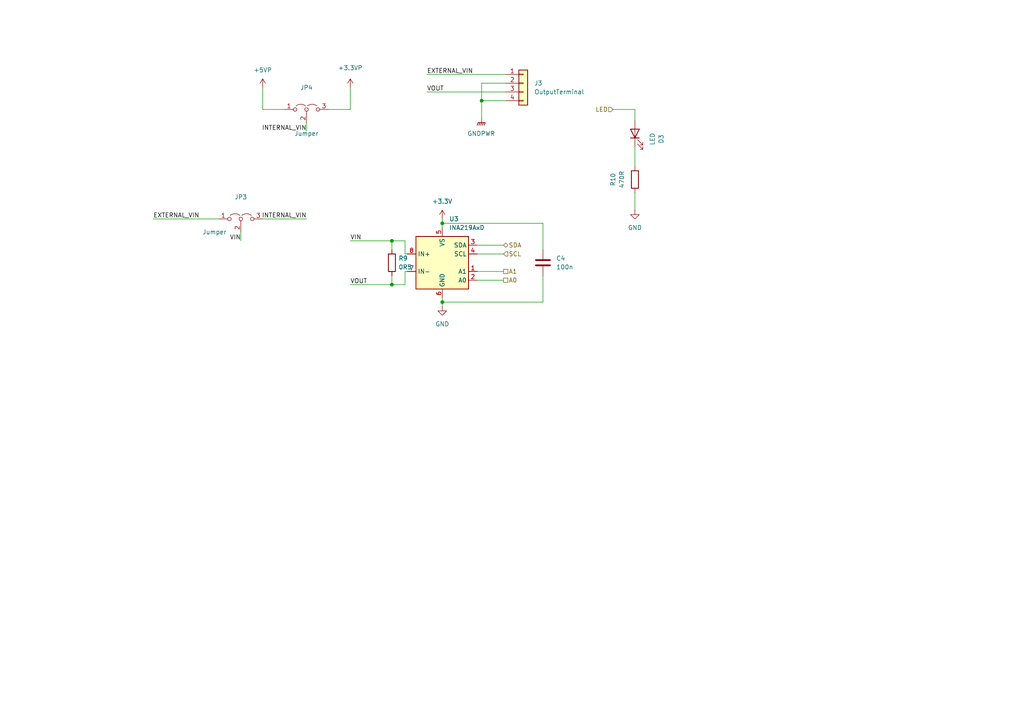
<source format=kicad_sch>
(kicad_sch (version 20211123) (generator eeschema)
  (paper "A4")
  (lib_symbols
    (symbol "Analog_ADC:INA219AxD"
      (property "Reference" "U" (at -6.35 8.89 0))
      (property "Value" "INA219AxD" (at 5.08 8.89 0))
      (symbol "INA219AxD_0_1"
        (rectangle (start -7.62 7.62) (end 7.62 -7.62) (stroke (width 0.254)) (fill (type background)))
      )
      (symbol "INA219AxD_1_1"
        (pin input line (at 10.16 -2.54 180) (length 2.54) (name "A1") (number "1"))
        (pin input line (at 10.16 -5.08 180) (length 2.54) (name "A0") (number "2"))
        (pin bidirectional line (at 10.16 5.08 180) (length 2.54) (name "SDA") (number "3"))
        (pin input line (at 10.16 2.54 180) (length 2.54) (name "SCL") (number "4"))
        (pin power_in line (at 0 10.16 270) (length 2.54) (name "VS") (number "5"))
        (pin power_in line (at 0 -10.16 90) (length 2.54) (name "GND") (number "6"))
        (pin input line (at -10.16 -2.54 0) (length 2.54) (name "IN-") (number "7"))
        (pin input line (at -10.16 2.54 0) (length 2.54) (name "IN+") (number "8"))
      )
    )
    (symbol "Connector_Generic:Conn_01x04" (pin_names (offset 1.016) hide)
      (property "Reference" "J" (at 0 5.08 0))
      (property "Value" "Conn_01x04" (at 0 -7.62 0))
      (symbol "Conn_01x04_1_1"
        (rectangle (start -1.27 -4.953) (end 0 -5.207) (stroke (width 0.1524)))
        (rectangle (start -1.27 -2.413) (end 0 -2.667) (stroke (width 0.1524)))
        (rectangle (start -1.27 0.127) (end 0 -0.127) (stroke (width 0.1524)))
        (rectangle (start -1.27 2.667) (end 0 2.413) (stroke (width 0.1524)))
        (rectangle (start -1.27 3.81) (end 1.27 -6.35) (stroke (width 0.254)) (fill (type background)))
        (pin passive line (at -5.08 2.54 0) (length 3.81) (name "Pin_1") (number "1"))
        (pin passive line (at -5.08 0 0) (length 3.81) (name "Pin_2") (number "2"))
        (pin passive line (at -5.08 -2.54 0) (length 3.81) (name "Pin_3") (number "3"))
        (pin passive line (at -5.08 -5.08 0) (length 3.81) (name "Pin_4") (number "4"))
      )
    )
    (symbol "Device:C" (pin_numbers hide) (pin_names (offset 0.254))
      (property "Reference" "C" (at 0.635 2.54 0))
      (property "Value" "C" (at 0.635 -2.54 0))
      (symbol "C_0_1"
        (polyline (pts (xy -2.032 -0.762) (xy 2.032 -0.762)) (stroke (width 0.508)))
        (polyline (pts (xy -2.032 0.762) (xy 2.032 0.762)) (stroke (width 0.508)))
      )
      (symbol "C_1_1"
        (pin passive line (at 0 3.81 270) (length 2.794) (name "~") (number "1"))
        (pin passive line (at 0 -3.81 90) (length 2.794) (name "~") (number "2"))
      )
    )
    (symbol "Device:LED" (pin_numbers hide) (pin_names (offset 1.016) hide)
      (property "Reference" "D" (at 0 2.54 0))
      (property "Value" "LED" (at 0 -2.54 0))
      (symbol "LED_0_1"
        (polyline (pts (xy -1.27 -1.27) (xy -1.27 1.27)) (stroke (width 0.254)))
        (polyline (pts (xy -1.27 0) (xy 1.27 0)))
        (polyline (pts (xy 1.27 -1.27) (xy 1.27 1.27) (xy -1.27 0) (xy 1.27 -1.27)) (stroke (width 0.254)))
        (polyline (pts (xy -3.048 -0.762) (xy -4.572 -2.286) (xy -3.81 -2.286) (xy -4.572 -2.286) (xy -4.572 -1.524)))
        (polyline (pts (xy -1.778 -0.762) (xy -3.302 -2.286) (xy -2.54 -2.286) (xy -3.302 -2.286) (xy -3.302 -1.524)))
      )
      (symbol "LED_1_1"
        (pin passive line (at -3.81 0 0) (length 2.54) (name "K") (number "1"))
        (pin passive line (at 3.81 0 180) (length 2.54) (name "A") (number "2"))
      )
    )
    (symbol "Device:R" (pin_numbers hide) (pin_names (offset 0))
      (property "Reference" "R" (at 2.032 0 90))
      (property "Value" "R" (at 0 0 90))
      (symbol "R_0_1"
        (rectangle (start -1.016 -2.54) (end 1.016 2.54) (stroke (width 0.254)))
      )
      (symbol "R_1_1"
        (pin passive line (at 0 3.81 270) (length 1.27) (name "~") (number "1"))
        (pin passive line (at 0 -3.81 90) (length 1.27) (name "~") (number "2"))
      )
    )
    (symbol "Jumper:Jumper_3_Open" (pin_names (offset 0) hide)
      (property "Reference" "JP" (at -2.54 -2.54 0))
      (property "Value" "Jumper_3_Open" (at 0 2.794 0))
      (symbol "Jumper_3_Open_0_0"
        (circle (center -3.302 0) (radius 0.508))
        (circle (center 0 0) (radius 0.508))
        (circle (center 3.302 0) (radius 0.508))
      )
      (symbol "Jumper_3_Open_0_1"
        (arc (start -0.254 1.016) (mid -1.651 1.4992) (end -3.048 1.016))
        (polyline (pts (xy 0 -0.508) (xy 0 -1.27)))
        (arc (start 3.048 1.016) (mid 1.651 1.4992) (end 0.254 1.016))
      )
      (symbol "Jumper_3_Open_1_1"
        (pin passive line (at -6.35 0 0) (length 2.54) (name "A") (number "1"))
        (pin passive line (at 0 -3.81 90) (length 2.54) (name "C") (number "2"))
        (pin passive line (at 6.35 0 180) (length 2.54) (name "B") (number "3"))
      )
    )
    (symbol "power:+3.3V" (power) (pin_names (offset 0))
      (property "Value" "+3.3V" (at 0 3.556 0))
      (symbol "+3.3V_0_1"
        (polyline (pts (xy -0.762 1.27) (xy 0 2.54)))
        (polyline (pts (xy 0 0) (xy 0 2.54)))
        (polyline (pts (xy 0 2.54) (xy 0.762 1.27)))
      )
      (symbol "+3.3V_1_1"
        (pin power_in line (at 0 0 90) (length 0) hide (name "+3.3V") (number "1"))
      )
    )
    (symbol "power:+3.3VP" (power) (pin_names (offset 0))
      (property "Value" "+3.3VP" (at 0 2.54 0))
      (symbol "+3.3VP_0_0"
        (pin power_in line (at 0 0 90) (length 0) hide (name "+3.3VP") (number "1"))
      )
      (symbol "+3.3VP_0_1"
        (polyline (pts (xy -0.762 1.27) (xy 0 2.54)))
        (polyline (pts (xy 0 0) (xy 0 2.54)))
        (polyline (pts (xy 0 2.54) (xy 0.762 1.27)))
      )
    )
    (symbol "power:+5VP" (power) (pin_names (offset 0))
      (property "Value" "+5VP" (at 0 3.556 0))
      (symbol "+5VP_0_1"
        (polyline (pts (xy -0.762 1.27) (xy 0 2.54)))
        (polyline (pts (xy 0 0) (xy 0 2.54)))
        (polyline (pts (xy 0 2.54) (xy 0.762 1.27)))
      )
      (symbol "+5VP_1_1"
        (pin power_in line (at 0 0 90) (length 0) hide (name "+5VP") (number "1"))
      )
    )
    (symbol "power:GND" (power) (pin_names (offset 0))
      (property "Value" "GND" (at 0 -3.81 0))
      (symbol "GND_0_1"
        (polyline (pts (xy 0 0) (xy 0 -1.27) (xy 1.27 -1.27) (xy 0 -2.54) (xy -1.27 -1.27) (xy 0 -1.27)))
      )
      (symbol "GND_1_1"
        (pin power_in line (at 0 0 270) (length 0) hide (name "GND") (number "1"))
      )
    )
    (symbol "power:GNDPWR" (power) (pin_names (offset 0))
      (property "Value" "GNDPWR" (at 0 -3.302 0))
      (symbol "GNDPWR_0_1"
        (polyline (pts (xy 0 -1.27) (xy 0 0)))
        (polyline (pts (xy -1.016 -1.27) (xy -1.27 -2.032) (xy -1.27 -2.032)) (stroke (width 0.2032)))
        (polyline (pts (xy -0.508 -1.27) (xy -0.762 -2.032) (xy -0.762 -2.032)) (stroke (width 0.2032)))
        (polyline (pts (xy 0 -1.27) (xy -0.254 -2.032) (xy -0.254 -2.032)) (stroke (width 0.2032)))
        (polyline (pts (xy 0.508 -1.27) (xy 0.254 -2.032) (xy 0.254 -2.032)) (stroke (width 0.2032)))
        (polyline (pts (xy 1.016 -1.27) (xy -1.016 -1.27) (xy -1.016 -1.27)) (stroke (width 0.2032)))
        (polyline (pts (xy 1.016 -1.27) (xy 0.762 -2.032) (xy 0.762 -2.032) (xy 0.762 -2.032)) (stroke (width 0.2032)))
      )
      (symbol "GNDPWR_1_1"
        (pin power_in line (at 0 0 270) (length 0) hide (name "GNDPWR") (number "1"))
      )
    )
  )
  (junction (at 113.665 82.55))
  (junction (at 139.7 29.21))
  (junction (at 128.27 87.63))
  (junction (at 128.27 64.77))
  (junction (at 113.665 69.85))
  (wire (pts (xy 128.27 87.63) (xy 157.48 87.63)))
  (wire (pts (xy 146.685 24.13) (xy 139.7 24.13)))
  (wire (pts (xy 101.6 82.55) (xy 113.665 82.55)))
  (wire (pts (xy 184.15 31.75) (xy 184.15 34.925)))
  (wire (pts (xy 184.15 55.88) (xy 184.15 60.96)))
  (wire (pts (xy 88.9 35.56) (xy 88.9 38.1)))
  (wire (pts (xy 157.48 87.63) (xy 157.48 80.01)))
  (wire (pts (xy 117.475 69.85) (xy 117.475 73.66)))
  (wire (pts (xy 184.15 42.545) (xy 184.15 48.26)))
  (wire (pts (xy 138.43 73.66) (xy 146.05 73.66)))
  (wire (pts (xy 117.475 78.74) (xy 118.11 78.74)))
  (wire (pts (xy 113.665 69.85) (xy 113.665 72.39)))
  (wire (pts (xy 76.2 25.4) (xy 76.2 31.75)))
  (wire (pts (xy 128.27 63.5) (xy 128.27 64.77)))
  (wire (pts (xy 139.7 24.13) (xy 139.7 29.21)))
  (wire (pts (xy 101.6 31.75) (xy 95.25 31.75)))
  (wire (pts (xy 138.43 81.28) (xy 146.05 81.28)))
  (wire (pts (xy 128.27 64.77) (xy 128.27 66.04)))
  (wire (pts (xy 101.6 69.85) (xy 113.665 69.85)))
  (wire (pts (xy 128.27 87.63) (xy 128.27 88.9)))
  (wire (pts (xy 123.825 26.67) (xy 146.685 26.67)))
  (wire (pts (xy 88.9 63.5) (xy 76.2 63.5)))
  (wire (pts (xy 128.27 86.36) (xy 128.27 87.63)))
  (wire (pts (xy 128.27 64.77) (xy 157.48 64.77)))
  (wire (pts (xy 113.665 82.55) (xy 113.665 80.01)))
  (wire (pts (xy 146.685 29.21) (xy 139.7 29.21)))
  (wire (pts (xy 113.665 69.85) (xy 117.475 69.85)))
  (wire (pts (xy 117.475 73.66) (xy 118.11 73.66)))
  (wire (pts (xy 138.43 78.74) (xy 146.05 78.74)))
  (wire (pts (xy 157.48 64.77) (xy 157.48 72.39)))
  (wire (pts (xy 63.5 63.5) (xy 44.45 63.5)))
  (wire (pts (xy 69.85 67.31) (xy 69.85 69.85)))
  (wire (pts (xy 177.8 31.75) (xy 184.15 31.75)))
  (wire (pts (xy 117.475 82.55) (xy 117.475 78.74)))
  (wire (pts (xy 138.43 71.12) (xy 146.05 71.12)))
  (wire (pts (xy 139.7 29.21) (xy 139.7 34.29)))
  (wire (pts (xy 123.825 21.59) (xy 146.685 21.59)))
  (wire (pts (xy 101.6 25.4) (xy 101.6 31.75)))
  (wire (pts (xy 76.2 31.75) (xy 82.55 31.75)))
  (wire (pts (xy 113.665 82.55) (xy 117.475 82.55)))
  (label "INTERNAL_VIN" (at 88.9 38.1 180))
  (label "VIN" (at 101.6 69.85 0))
  (label "VOUT" (at 123.825 26.67 0))
  (label "EXTERNAL_VIN" (at 44.45 63.5 0))
  (label "EXTERNAL_VIN" (at 123.825 21.59 0))
  (label "INTERNAL_VIN" (at 88.9 63.5 180))
  (label "VOUT" (at 101.6 82.55 0))
  (label "VIN" (at 69.85 69.85 180))
  (hierarchical_label "SDA" (shape bidirectional) (at 146.05 71.12 0))
  (hierarchical_label "SCL" (shape input) (at 146.05 73.66 0))
  (hierarchical_label "LED" (shape input) (at 177.8 31.75 180))
  (hierarchical_label "A1" (shape passive) (at 146.05 78.74 0))
  (hierarchical_label "A0" (shape passive) (at 146.05 81.28 0))
  (symbol (lib_id "Jumper:Jumper_3_Open") (at 69.85 63.5 0)
    (property "Reference" "JP3" (at 69.85 57.15 0))
    (property "Value" "Jumper" (at 62.23 67.31 0))
    (property "Footprint" "shared_components:PinHeader_1x03_P2.54mm_Vertical_NoFP" (effects hide))
  )
  (symbol (lib_id "Device:C") (at 157.48 76.2 0)
    (property "Reference" "C4" (at 161.29 74.9299 0) (effects (justify left)))
    (property "Value" "100n" (at 161.29 77.4699 0) (effects (justify left)))
    (property "Footprint" "Capacitor_SMD:C_0805_2012Metric_Pad1.18x1.45mm_HandSolder" (effects hide))
  )
  (symbol (lib_id "power:+3.3V") (at 128.27 63.5 0)
    (property "Reference" "#PWR026" (effects hide))
    (property "Value" "+3.3V" (at 128.27 58.42 0))
  )
  (symbol (lib_id "Device:R") (at 113.665 76.2 0)
    (property "Reference" "R9" (at 115.57 74.9299 0) (effects (justify left)))
    (property "Value" "0R5" (at 115.57 77.4699 0) (effects (justify left)))
    (property "Footprint" "Resistor_SMD:R_2010_5025Metric_Pad1.40x2.65mm_HandSolder" (effects hide))
  )
  (symbol (lib_id "Analog_ADC:INA219AxD") (at 128.27 76.2 0)
    (property "Reference" "U3" (at 130.2894 63.5 0) (effects (justify left)))
    (property "Value" "INA219AxD" (at 130.2894 66.04 0) (effects (justify left)))
    (property "Footprint" "Package_SO:SOIC-8_3.9x4.9mm_P1.27mm" (effects hide))
    (property "Datasheet" "http://www.ti.com/lit/ds/symlink/ina219.pdf" (effects hide))
  )
  (symbol (lib_id "Device:R") (at 184.15 52.07 180)
    (property "Reference" "R10" (at 177.8 52.07 90))
    (property "Value" "470R" (at 180.34 52.07 90))
    (property "Footprint" "Resistor_SMD:R_0805_2012Metric_Pad1.20x1.40mm_HandSolder" (effects hide))
  )
  (symbol (lib_id "power:GND") (at 184.15 60.96 0)
    (property "Reference" "#PWR029" (effects hide))
    (property "Value" "GND" (at 184.15 66.04 0))
  )
  (symbol (lib_id "Jumper:Jumper_3_Open") (at 88.9 31.75 0)
    (property "Reference" "JP4" (at 88.9 25.4 0))
    (property "Value" "Jumper" (at 88.9 38.735 0))
    (property "Footprint" "shared_components:PinHeader_1x03_P2.54mm_Vertical_NoFP" (effects hide))
  )
  (symbol (lib_id "power:+3.3VP") (at 101.6 25.4 0) (mirror y)
    (property "Reference" "#PWR024" (effects hide))
    (property "Value" "+3.3VP" (at 101.6 19.685 0))
  )
  (symbol (lib_id "Device:LED") (at 184.15 38.735 90)
    (property "Reference" "D3" (at 191.77 40.3225 0))
    (property "Value" "LED" (at 189.23 40.3225 0))
    (property "Footprint" "LED_SMD:LED_1206_3216Metric" (effects hide))
  )
  (symbol (lib_id "Connector_Generic:Conn_01x04") (at 151.765 24.13 0)
    (property "Reference" "J3" (at 154.94 24.1299 0) (effects (justify left)))
    (property "Value" "OutputTerminal" (at 154.94 26.6699 0) (effects (justify left)))
    (property "Footprint" "TerminalBlock_Phoenix:TerminalBlock_Phoenix_PT-1,5-4-3.5-H_1x04_P3.50mm_Horizontal" (effects hide))
  )
  (symbol (lib_id "power:+5VP") (at 76.2 25.4 0) (mirror y)
    (property "Reference" "#PWR025" (effects hide))
    (property "Value" "+5VP" (at 76.2 20.32 0))
  )
  (symbol (lib_id "power:GND") (at 128.27 88.9 0)
    (property "Reference" "#PWR027" (effects hide))
    (property "Value" "GND" (at 128.27 93.98 0))
  )
  (symbol (lib_id "power:GNDPWR") (at 139.7 34.29 0)
    (property "Reference" "#PWR028" (effects hide))
    (property "Value" "GNDPWR" (at 139.573 38.735 0))
  )
)
</source>
